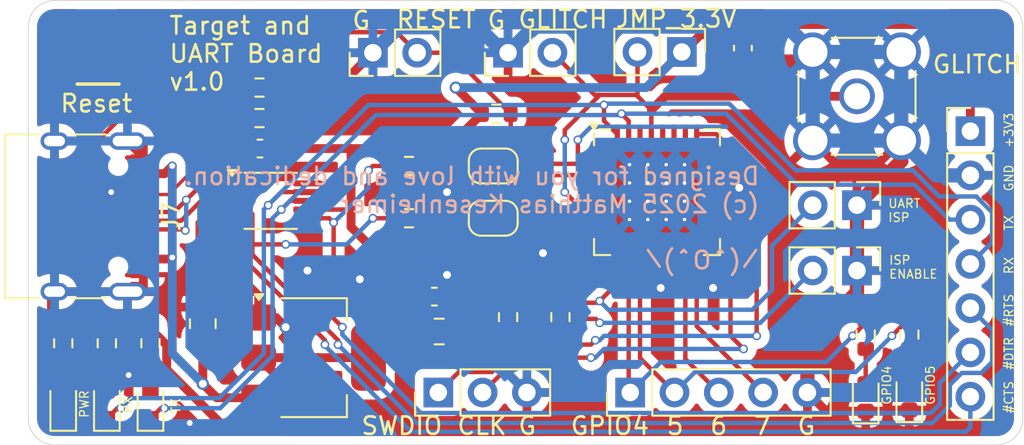
<source format=kicad_pcb>
(kicad_pcb (version 20240108) (generator "pcbnew") (generator_version "8.0")
  (layers (0 "F.Cu" signal) (31 "B.Cu" signal) (34 "B.Paste" user) (35 "F.Paste" user) (36 "B.SilkS" user "B.Silkscreen") (37 "F.SilkS" user "F.Silkscreen") (38 "B.Mask" user) (39 "F.Mask" user) (44 "Edge.Cuts" user))
  (net 0 "")
  (net 1 "GND")
  (net 2 "+5V")
  (net 3 "+3V3")
  (net 4 "Net-(D1-A)")
  (net 7 "Net-(J7-CC2)")
  (net 8 "Net-(J7-CC1)")
  (net 9 "Net-(D2-A)")
  (net 10 "Net-(D3-A)")
  (net 11 "Net-(D4-A)")
  (net 12 "/TX")
  (net 13 "Net-(D5-A)")
  (net 14 "/RX")
  (net 15 "/_DTR")
  (net 16 "/_RTS")
  (net 17 "Net-(JP2-A)")
  (net 18 "Net-(JP1-A)")
  (net 19 "/_CTS")
  (net 39 "/_ISP")
  (net 40 "Net-(J2-Pin_2)")
  (net 41 "Net-(J3-Pin_2)")
  (net 42 "/_RESET")
  (net 43 "/SWDIO")
  (net 44 "/SWCLK")
  (net 45 "/GPIO7")
  (net 46 "/GPIO6")
  (net 47 "/GPIO4")
  (net 48 "/GPIO5")
  (net 49 "/Dm")
  (net 50 "/Dp")
  (footprint "Resistor_SMD:R_0603_1608Metric" (layer "F.Cu") (at 91.5 99.175 90)
    (property "Reference" "R9" (hide yes))
    (property "Value" "4.7k" (hide yes))
  )
  (footprint "Capacitor_SMD:C_0805_2012Metric" (layer "F.Cu") (at 74 99.55 90)
    (property "Reference" "C1" (hide yes))
    (property "Value" "10u")
  )
  (footprint "Resistor_SMD:R_0603_1608Metric" (layer "F.Cu") (at 77.25 87.75)
    (property "Reference" "R1" (hide yes))
    (property "Value" "5.1k" (hide yes))
  )
  (footprint "Resistor_SMD:R_0603_1608Metric" (layer "F.Cu") (at 85.825 90.5 180)
    (property "Reference" "R11" (hide yes))
    (property "Value" "100" (hide yes))
  )
  (footprint "Resistor_SMD:R_0603_1608Metric" (layer "F.Cu") (at 90.825 87.5)
    (property "Reference" "R8" (hide yes))
    (property "Value" "4.7k" (hide yes))
  )
  (footprint "Resistor_SMD:R_0603_1608Metric" (layer "F.Cu") (at 112 100.175 -90)
    (property "Reference" "R6" (hide yes))
    (property "Value" "150" (hide yes))
  )
  (footprint "Connector_PinHeader_2.54mm:PinHeader_1x03_P2.54mm_Vertical" (layer "F.Cu") (at 87.5 103.5 90)
    (property "Reference" "J5" (hide yes))
    (property "Value" "SWD" (hide yes))
  )
  (footprint "LED_SMD:LED_0603_1608Metric" (layer "F.Cu") (at 66 104.2125 90)
    (property "Reference" "D1" (hide yes))
    (property "Value" "LED_RED_3.3V" (hide yes))
  )
  (footprint "LED_SMD:LED_0603_1608Metric" (layer "F.Cu") (at 71 104.2125 90)
    (property "Reference" "D4" (hide yes))
    (property "Value" "LED_RED_TX" (hide yes))
  )
  (footprint "Connector_PinHeader_2.54mm:PinHeader_1x02_P2.54mm_Vertical" (layer "F.Cu") (at 101.46 83.96 -90)
    (property "Reference" "J3" (hide yes))
    (property "Value" "JMP_3V3" (hide yes))
  )
  (footprint "Resistor_SMD:R_0603_1608Metric" (layer "F.Cu") (at 68.5 100.675 -90)
    (property "Reference" "R4" (hide yes))
    (property "Value" "150" (hide yes))
  )
  (footprint "Package_DFN_QFN:QFN-32-1EP_7x7mm_P0.65mm_EP4.7x4.7mm_ThermalVias" (layer "F.Cu") (at 100.0375 92)
    (property "Reference" "U3" (hide yes))
    (property "Value" "LPC1311FHN33-101" (hide yes))
  )
  (footprint "LED_SMD:LED_0603_1608Metric" (layer "F.Cu") (at 68.5 104.2125 90)
    (property "Reference" "D5" (hide yes))
    (property "Value" "LED_BLUE_RX" (hide yes))
  )
  (footprint "Connector_PinHeader_2.54mm:PinHeader_1x02_P2.54mm_Vertical" (layer "F.Cu") (at 91.5 84 90)
    (property "Reference" "J9" (hide yes))
    (property "Value" "GLITCH_IN" (hide yes))
  )
  (footprint "Resistor_SMD:R_0603_1608Metric" (layer "F.Cu") (at 71 100.675 -90)
    (property "Reference" "R3" (hide yes))
    (property "Value" "150" (hide yes))
  )
  (footprint "Connector_PinHeader_2.54mm:PinHeader_1x02_P2.54mm_Vertical" (layer "F.Cu") (at 111.5 96.5 -90)
    (property "Reference" "J1" (hide yes))
    (property "Value" "ISP_MODE" (hide yes))
  )
  (footprint "Resistor_SMD:R_0603_1608Metric" (layer "F.Cu") (at 94.5 99.175 90)
    (property "Reference" "R10" (hide yes))
    (property "Value" "4.7k" (hide yes))
  )
  (footprint "Connector_PinHeader_2.54mm:PinHeader_1x02_P2.54mm_Vertical" (layer "F.Cu") (at 83.75 84 90)
    (property "Reference" "J10" (hide yes))
    (property "Value" "RESET" (hide yes))
  )
  (footprint "Connector_USB:USB_C_Receptacle_HRO_TYPE-C-31-M-12" (layer "F.Cu") (at 66.55 93.39 -90)
    (property "Reference" "J7")
    (property "Value" "USB_C_Receptacle_USB2.0_16P" (hide yes))
  )
  (footprint "Capacitor_SMD:C_0805_2012Metric" (layer "F.Cu") (at 87.55 100)
    (property "Reference" "C2" (hide yes))
    (property "Value" "10u" (hide yes))
  )
  (footprint "Connector_PinHeader_2.54mm:PinHeader_1x07_P2.54mm_Vertical" (layer "F.Cu") (at 118 88.5)
    (property "Reference" "J4" (hide yes))
    (property "Value" "UART" (hide yes))
  )
  (footprint "Jumper:SolderJumper-2_P1.3mm_Bridged_RoundedPad1.0x1.5mm" (layer "F.Cu") (at 90.65 90.5)
    (property "Reference" "JP1" (hide yes))
    (property "Value" "SolderJumper_2_Bridged" (hide yes))
  )
  (footprint "Button_Switch_SMD:SW_KMR221GLFS" (layer "F.Cu") (at 68 84.4)
    (property "Reference" "S1" (hide yes))
    (property "Value" "KMR221GLFS" (hide yes))
  )
  (footprint "Capacitor_SMD:C_0603_1608Metric" (layer "F.Cu") (at 104.96 83.735 90)
    (property "Reference" "C5" (hide yes))
    (property "Value" "10nF" (hide yes))
  )
  (footprint "Connector_PinHeader_2.54mm:PinHeader_1x02_P2.54mm_Vertical" (layer "F.Cu") (at 111.5 92.75 -90)
    (property "Reference" "J2" (hide yes))
    (property "Value" "UART_ISP" (hide yes))
  )
  (footprint "Connector_Coaxial:SMA_Amphenol_901-144_Vertical" (layer "F.Cu") (at 111.5 86.5)
    (property "Reference" "J8" (hide yes))
    (property "Value" "Conn_Coaxial" (hide yes))
  )
  (footprint "Resistor_SMD:R_0603_1608Metric" (layer "F.Cu") (at 77.25 86)
    (property "Reference" "R2" (hide yes))
    (property "Value" "5.1k" (hide yes))
  )
  (footprint "LED_SMD:LED_0603_1608Metric" (layer "F.Cu") (at 114.5 103.7125 90)
    (property "Reference" "D3" (hide yes))
    (property "Value" "LED_BLUE_GPIO" (hide yes))
  )
  (footprint "Resistor_SMD:R_0603_1608Metric" (layer "F.Cu") (at 114.5 100.175 -90)
    (property "Reference" "R7" (hide yes))
    (property "Value" "150" (hide yes))
  )
  (footprint "Capacitor_SMD:C_0603_1608Metric" (layer "F.Cu") (at 77.275 89.5)
    (property "Reference" "C4" (hide yes))
    (property "Value" "10nF" (hide yes))
  )
  (footprint "Jumper:SolderJumper-2_P1.3mm_Bridged_RoundedPad1.0x1.5mm" (layer "F.Cu") (at 90.65 93.5)
    (property "Reference" "JP2" (hide yes))
    (property "Value" "SolderJumper_2_Bridged" (hide yes))
  )
  (footprint "LED_SMD:LED_0603_1608Metric" (layer "F.Cu") (at 112 103.7875 90)
    (property "Reference" "D2" (hide yes))
    (property "Value" "LED_GREEN_GPIO" (hide yes))
  )
  (footprint "Package_SO:MSOP-10_3x3mm_P0.5mm" (layer "F.Cu") (at 77.8875 92.5)
    (property "Reference" "U2" (hide yes))
    (property "Value" "CH340X" (hide yes))
  )
  (footprint "Capacitor_SMD:C_0603_1608Metric" (layer "F.Cu") (at 87.275 98 180)
    (property "Reference" "C3" (hide yes))
    (property "Value" "0.1uF" (hide yes))
  )
  (footprint "Resistor_SMD:R_0603_1608Metric" (layer "F.Cu") (at 66 100.675 -90)
    (property "Reference" "R5" (hide yes))
    (property "Value" "150" (hide yes))
  )
  (footprint "Connector_PinHeader_2.54mm:PinHeader_1x05_P2.54mm_Vertical" (layer "F.Cu") (at 98.5 103.5 90)
    (property "Reference" "J6" (hide yes))
    (property "Value" "GPIO" (hide yes))
  )
  (footprint "Resistor_SMD:R_0603_1608Metric" (layer "F.Cu") (at 85.825 93.5 180)
    (property "Reference" "R12" (hide yes))
    (property "Value" "100" (hide yes))
  )
  (footprint "Package_TO_SOT_SMD:SOT-223-3_TabPin2" (layer "F.Cu") (at 80.35 101.5)
    (property "Reference" "U1" (hide yes))
    (property "Value" "AMS1117-3.3" (hide yes))
  )
  (gr_arc (start 119.5 81) (mid 120.56066 81.43934) (end 121 82.5) (stroke (width 0.05)) (layer "Edge.Cuts"))
  (gr_line (start 121 105) (end 121 82.5) (stroke (width 0.05)) (layer "Edge.Cuts"))
  (gr_line (start 64 82.5) (end 64 105) (stroke (width 0.05)) (layer "Edge.Cuts"))
  (gr_arc (start 64 82.5) (mid 64.43934 81.43934) (end 65.5 81) (stroke (width 0.05)) (layer "Edge.Cuts"))
  (gr_arc (start 121 105) (mid 120.56066 106.06066) (end 119.5 106.5) (stroke (width 0.05)) (layer "Edge.Cuts"))
  (gr_arc (start 65.5 106.5) (mid 64.43934 106.06066) (end 64 105) (stroke (width 0.05)) (layer "Edge.Cuts"))
  (gr_line (start 119.5 81) (end 65.5 81) (stroke (width 0.05)) (layer "Edge.Cuts"))
  (gr_line (start 65.5 106.5) (end 119.5 106.5) (stroke (width 0.05)) (layer "Edge.Cuts"))
  (gr_text "Designed for you with love and dedication.\n(c) 2025 Matthias Kesenheimer\n\n＼(＾O＾)／" (at 106 96.5 0) (layer "B.SilkS") (effects (font (size 1 1)) (justify left bottom mirror)))
  (gr_text "RESET" (at 85.02 82.67 0) (layer "F.SilkS") (effects (font (size 1 1)) (justify left bottom)))
  (gr_text "PWR" (at 67.5 105 90) (layer "F.SilkS") (effects (font (size 0.5 0.5) (thickness 0.075)) (justify left bottom)))
  (gr_text "GLITCH" (at 92 82.67 0) (layer "F.SilkS") (effects (font (size 1 1)) (justify left bottom)))
  (gr_text "RX" (at 70 104.75 90) (layer "F.SilkS") (effects (font (size 0.5 0.5) (thickness 0.075)) (justify left bottom)))
  (gr_text "GLITCH" (at 115.75 85.25 0) (layer "F.SilkS") (effects (font (size 1 1)) (justify left bottom)))
  (gr_text "#CTS" (at 120.5 104.75 90) (layer "F.SilkS") (effects (font (size 0.5 0.5) (thickness 0.075)) (justify left bottom)))
  (gr_text "CLK" (at 88.5 106 0) (layer "F.SilkS") (effects (font (size 1 1)) (justify left bottom)))
  (gr_text "TX" (at 72.75 104.75 90) (layer "F.SilkS") (effects (font (size 0.5 0.5) (thickness 0.075)) (justify left bottom)))
  (gr_text "TX" (at 120.5 94.25 90) (layer "F.SilkS") (effects (font (size 0.5 0.5) (thickness 0.075)) (justify left bottom)))
  (gr_text "G" (at 108 106 0) (layer "F.SilkS") (effects (font (size 1 1)) (justify left bottom)))
  (gr_text "+3V3" (at 120.5 89.5 90) (layer "F.SilkS") (effects (font (size 0.5 0.5) (thickness 0.075)) (justify left bottom)))
  (gr_text "SWDIO" (at 83 106 0) (layer "F.SilkS") (effects (font (size 1 1)) (justify left bottom)))
  (gr_text "GPIO4" (at 113.5 104.25 90) (layer "F.SilkS") (effects (font (size 0.5 0.5) (thickness 0.075)) (justify left bottom)))
  (gr_text "ISP\nENABLE" (at 113.3 97 0) (layer "F.SilkS") (effects (font (size 0.5 0.5) (thickness 0.075)) (justify left bottom)))
  (gr_text "#DTR" (at 120.5 102.25 90) (layer "F.SilkS") (effects (font (size 0.5 0.5) (thickness 0.075)) (justify left bottom)))
  (gr_text "G" (at 92 106 0) (layer "F.SilkS") (effects (font (size 1 1)) (justify left bottom)))
  (gr_text "JMP_3.3V" (at 97.59 82.63 0) (layer "F.SilkS") (effects (font (size 1 1)) (justify left bottom)))
  (gr_text "G" (at 82.48 82.73 0) (layer "F.SilkS") (effects (font (size 1 1)) (justify left bottom)))
  (gr_text "GND" (at 120.5 92 90) (layer "F.SilkS") (effects (font (size 0.5 0.5) (thickness 0.075)) (justify left bottom)))
  (gr_text "GPIO5" (at 116 104.25 90) (layer "F.SilkS") (effects (font (size 0.5 0.5) (thickness 0.075)) (justify left bottom)))
  (gr_text "5" (at 100.5 106 0) (layer "F.SilkS") (effects (font (size 1 1)) (justify left bottom)))
  (gr_text "Target and\nUART Board\nv1.0" (at 72 86.25 0) (layer "F.SilkS") (effects (font (size 1 1)) (justify left bottom)))
  (gr_text "7" (at 105.5 106 0) (layer "F.SilkS") (effects (font (size 1 1)) (justify left bottom)))
  (gr_text "RX" (at 120.5 96.75 90) (layer "F.SilkS") (effects (font (size 0.5 0.5) (thickness 0.075)) (justify left bottom)))
  (gr_text "#RTS" (at 120.5 99.75 90) (layer "F.SilkS") (effects (font (size 0.5 0.5) (thickness 0.075)) (justify left bottom)))
  (gr_text "G" (at 90.23 82.73 0) (layer "F.SilkS") (effects (font (size 1 1)) (justify left bottom)))
  (gr_text "6" (at 103 106 0) (layer "F.SilkS") (effects (font (size 1 1)) (justify left bottom)))
  (gr_text "GPIO4" (at 95 106 0) (layer "F.SilkS") (effects (font (size 1 1)) (justify left bottom)))
  (gr_text "Reset" (at 65.75 87.5 0) (layer "F.SilkS") (effects (font (size 1 1)) (justify left bottom)))
  (gr_text "UART\nISP" (at 113.25 93.75 0) (layer "F.SilkS") (effects (font (size 0.5 0.5) (thickness 0.075)) (justify left bottom)))
  (segment (start 76.6 98.6) (end 77.2 99.2) (width 0.508) (layer "F.Cu") (net 1))
  (segment (start 78.2 99.2) (end 78.75 99.75) (width 0.508) (layer "F.Cu") (net 1))
  (segment (start 78.075 87.75) (end 78.075 87.925) (width 0.508) (layer "F.Cu") (net 1))
  (segment (start 112 104.575) (end 114.425 104.575) (width 0.508) (layer "F.Cu") (net 1))
  (segment (start 68 83.15) (end 70.05 85.2) (width 0.508) (layer "F.Cu") (net 1))
  (segment (start 69.68 97.71) (end 73.71 97.71) (width 0.508) (layer "F.Cu") (net 1))
  (segment (start 68 82.975) (end 68 83.15) (width 0.508) (layer "F.Cu") (net 1))
  (segment (start 108.96 83.96) (end 108.41 84.51) (width 0.818) (layer "F.Cu") (net 1))
  (segment (start 77.5 91.729551) (end 77.5 90.5) (width 0.254) (layer "F.Cu") (net 1))
  (segment (start 78.075 87.925) (end 76.5 89.5) (width 0.508) (layer "F.Cu") (net 1))
  (segment (start 88 96.75) (end 88.05 96.8) (width 0.508) (layer "F.Cu") (net 1))
  (segment (start 65.5 85.65) (end 65.95 85.2) (width 0.508) (layer "F.Cu") (net 1))
  (segment (start 73.71 97.71) (end 74 98) (width 0.508) (layer "F.Cu") (net 1))
  (segment (start 112 104.575) (end 109.735 104.575) (width 0.508) (layer "F.Cu") (net 1))
  (segment (start 65.5 89.07) (end 65.5 85.65) (width 0.508) (layer "F.Cu") (net 1))
  (segment (start 111.5 96.5) (end 111.5 97.75) (width 0.818) (layer "F.Cu") (net 1))
  (segment (start 88.05 98.05) (end 88.5 98.5) (width 0.508) (layer "F.Cu") (net 1))
  (segment (start 114.425 104.575) (end 114.5 104.5) (width 0.508) (layer "F.Cu") (net 1))
  (segment (start 111.5 92.75) (end 111.5 96.5) (width 0.818) (layer "F.Cu") (net 1))
  (segment (start 65.198 104.198) (end 65.198 98.012) (width 0.254) (layer "F.Cu") (net 1))
  (segment (start 88.05 98) (end 88.05 96.8) (width 0.508) (layer "F.Cu") (net 1))
  (segment (start 111.5 97.75) (end 108.66 100.59) (width 0.818) (layer "F.Cu") (net 1))
  (segment (start 75.775 92.5) (end 76.729551 92.5) (width 0.254) (layer "F.Cu") (net 1))
  (segment (start 70.595 97.405) (end 70.595 96.64) (width 0.508) (layer "F.Cu") (net 1))
  (segment (start 66 105) (end 65.198 104.198) (width 0.254) (layer "F.Cu") (net 1))
  (segment (start 70.595 90.14) (end 70.595 89.985) (width 0.508) (layer "F.Cu") (net 1))
  (segment (start 76.729551 92.5) (end 77.5 91.729551) (width 0.254) (layer "F.Cu") (net 1))
  (segment (start 65.198 98.012) (end 65.5 97.71) (width 0.254) (layer "F.Cu") (net 1))
  (segment (start 81.75 86) (end 83.75 84) (width 0.508) (layer "F.Cu") (net 1))
  (segment (start 108.66 103.5) (end 108.75 103.5) (width 0.508) (layer "F.Cu") (net 1))
  (segment (start 74 98.6) (end 76.6 98.6) (width 0.508) (layer "F.Cu") (net 1))
  (segment (start 70.595 97.405) (end 69.985 97.405) (width 0.508) (layer "F.Cu") (net 1))
  (segment (start 74.962501 92.5) (end 73.71 93.752501) (width 0.254) (layer "F.Cu") (net 1))
  (segment (start 70.595 89.985) (end 69.68 89.07) (width 0.508) (layer "F.Cu") (net 1))
  (segment (start 65.95 85.2) (end 68 83.15) (width 0.508) (layer "F.Cu") (net 1))
  (segment (start 77.5 90.5) (end 76.5 89.5) (width 0.254) (layer "F.Cu") (net 1))
  (segment (start 73.71 93.752501) (end 73.71 97.71) (width 0.254) (layer "F.Cu") (net 1))
  (segment (start 108.66 100.59) (end 108.66 103.5) (width 0.818) (layer "F.Cu") (net 1))
  (segment (start 88.05 98) (end 88.05 98.05) (width 0.508) (layer "F.Cu") (net 1))
  (segment (start 108.41 84.51) (end 104.96 84.51) (width 0.818) (layer "F.Cu") (net 1))
  (segment (start 78.075 86) (end 78.075 87.75) (width 0.508) (layer "F.Cu") (net 1))
  (segment (start 75.775 92.5) (end 74.962501 92.5) (width 0.254) (layer "F.Cu") (net 1))
  (segment (start 69.985 97.405) (end 69.68 97.71) (width 0.508) (layer "F.Cu") (net 1))
  (segment (start 74 98.6) (end 74 98) (width 0.508) (layer "F.Cu") (net 1))
  (segment (start 78.075 86) (end 81.75 86) (width 0.508) (layer "F.Cu") (net 1))
  (segment (start 109.735 104.575) (end 108.66 103.5) (width 0.508) (layer "F.Cu") (net 1))
  (segment (start 114.04 89.04) (end 114.04 90.21) (width 0.818) (layer "F.Cu") (net 1))
  (segment (start 77.2 99.2) (end 78.2 99.2) (width 0.508) (layer "F.Cu") (net 1))
  (segment (start 88.5 98.5) (end 88.5 100) (width 0.508) (layer "F.Cu") (net 1))
  (segment (start 114.04 90.21) (end 111.5 92.75) (width 0.818) (layer "F.Cu") (net 1))
  (via (at 100.25 97.5) (size 0.7) (drill 0.45) (layers "F.Cu" "B.Cu") (net 1))
  (via (at 104.75 91.75) (size 0.7) (drill 0.45) (layers "F.Cu" "B.Cu") (net 1))
  (via (at 88 92) (size 0.7) (drill 0.45) (layers "F.Cu" "B.Cu") (net 1))
  (via (at 78.75 99.75) (size 0.7) (drill 0.45) (layers "F.Cu" "B.Cu") (net 1))
  (via (at 83 97) (size 0.7) (drill 0.45) (layers "F.Cu" "B.Cu") (net 1))
  (via (at 88 96.75) (size 0.7) (drill 0.45) (layers "F.Cu" "B.Cu") (net 1))
  (via (at 73.25 105.25) (size 0.5) (drill 0.33) (layers "F.Cu" "B.Cu") (net 1))
  (via (at 68.75 92) (size 0.5) (drill 0.33) (layers "F.Cu" "B.Cu") (net 1))
  (via (at 93.5 95.5) (size 0.7) (drill 0.45) (layers "F.Cu" "B.Cu") (net 1))
  (via (at 103.25 97.5) (size 0.7) (drill 0.45) (layers "F.Cu" "B.Cu") (net 1))
  (via (at 80 96.5) (size 0.7) (drill 0.45) (layers "F.Cu" "B.Cu") (net 1))
  (via (at 69.75 102.5) (size 0.5) (drill 0.33) (layers "F.Cu" "B.Cu") (net 1))
  (segment (start 65.5 97.71) (end 69.68 97.71) (width 0.508) (layer "B.Cu") (net 1))
  (segment (start 65.5 89.07) (end 65.5 97.71) (width 0.508) (layer "B.Cu") (net 1))
  (segment (start 108.96 89.04) (end 108.96 83.96) (width 0.818) (layer "B.Cu") (net 1))
  (segment (start 88 98.92) (end 88 96.75) (width 0.508) (layer "B.Cu") (net 1))
  (segment (start 107.501 82.501) (end 92.999 82.501) (width 0.818) (layer "B.Cu") (net 1))
  (segment (start 116.04 91.04) (end 118 91.04) (width 0.818) (layer "B.Cu") (net 1))
  (segment (start 92.54 101.21) (end 100.0375 93.7125) (width 0.508) (layer "B.Cu") (net 1))
  (segment (start 90.29 101.21) (end 92.54 101.21) (width 0.508) (layer "B.Cu") (net 1))
  (segment (start 85.209 82.541) (end 83.75 84) (width 0.818) (layer "B.Cu") (net 1))
  (segment (start 92.999 82.501) (end 91.5 84) (width 0.818) (layer "B.Cu") (net 1))
  (segment (start 114.04 83.96) (end 108.96 83.96) (width 0.818) (layer "B.Cu") (net 1))
  (segment (start 91.25 84) (end 89.791 82.541) (width 0.818) (layer "B.Cu") (net 1))
  (segment (start 114.04 83.96) (end 114.04 89.04) (width 0.818) (layer "B.Cu") (net 1))
  (segment (start 114.04 89.04) (end 116.04 91.04) (width 0.818) (layer "B.Cu") (net 1))
  (segment (start 92.58 103.5) (end 90.29 101.21) (width 0.508) (layer "B.Cu") (net 1))
  (segment (start 70.71 97.71) (end 69.68 97.71) (width 0.508) (layer "B.Cu") (net 1))
  (segment (start 90.29 101.21) (end 88 98.92) (width 0.508) (layer "B.Cu") (net 1))
  (segment (start 78.75 99.75) (end 79.58 98.92) (width 0.508) (layer "B.Cu") (net 1))
  (segment (start 100.0375 93.7125) (end 100.0375 92) (width 0.508) (layer "B.Cu") (net 1))
  (segment (start 69.68 89.07) (end 65.5 89.07) (width 0.508) (layer "B.Cu") (net 1))
  (segment (start 89.791 82.541) (end 85.209 82.541) (width 0.818) (layer "B.Cu") (net 1))
  (segment (start 108.96 83.96) (end 107.501 82.501) (width 0.818) (layer "B.Cu") (net 1))
  (segment (start 114.04 89.04) (end 108.96 89.04) (width 0.818) (layer "B.Cu") (net 1))
  (segment (start 79.58 98.92) (end 88 98.92) (width 0.508) (layer "B.Cu") (net 1))
  (segment (start 91.5 84) (end 91.25 84) (width 0.818) (layer "B.Cu") (net 1))
  (segment (start 70.595 95.84) (end 72.16 95.84) (width 0.508) (layer "F.Cu") (net 2))
  (segment (start 70.595 90.94) (end 71.81 90.94) (width 0.508) (layer "F.Cu") (net 2))
  (segment (start 71.81 90.94) (end 72.25 90.5) (width 0.508) (layer "F.Cu") (net 2))
  (segment (start 72.16 95.84) (end 72.25 95.75) (width 0.508) (layer "F.Cu") (net 2))
  (segment (start 74.8 103.8) (end 77.2 103.8) (width 0.508) (layer "F.Cu") (net 2))
  (segment (start 74 100.5) (end 74 103) (width 0.508) (layer "F.Cu") (net 2))
  (segment (start 74 103) (end 74.8 103.8) (width 0.508) (layer "F.Cu") (net 2))
  (via (at 72.25 90.5) (size 0.5) (drill 0.33) (layers "F.Cu" "B.Cu") (net 2))
  (via (at 74 103) (size 0.7) (drill 0.45) (layers "F.Cu" "B.Cu") (net 2))
  (via (at 72.25 95.75) (size 0.5) (drill 0.33) (layers "F.Cu" "B.Cu") (net 2))
  (segment (start 72.25 95.75) (end 72.25 101.25) (width 0.508) (layer "B.Cu") (net 2))
  (segment (start 72.25 90.5) (end 72.25 95.75) (width 0.508) (layer "B.Cu") (net 2))
  (segment (start 72.25 101.25) (end 74 103) (width 0.508) (layer "B.Cu") (net 2))
  (segment (start 101.54 83.96) (end 102.54 82.96) (width 0.508) (layer "F.Cu") (net 3))
  (segment (start 106.619 82.381) (end 116.381 82.381) (width 0.508) (layer "F.Cu") (net 3))
  (segment (start 78.654 104.592) (end 77.996 105.25) (width 0.508) (layer "F.Cu") (net 3))
  (segment (start 86.5 101.5) (end 83.5 101.5) (width 0.508) (layer "F.Cu") (net 3))
  (segment (start 106.04 82.96) (end 106.619 82.381) (width 0.508) (layer "F.Cu") (net 3))
  (segment (start 82.5 91.5) (end 82.5 89.5) (width 0.508) (layer "F.Cu") (net 3))
  (segment (start 80 91.5) (end 82.5 91.5) (width 0.254) (layer "F.Cu") (net 3))
  (segment (start 71.929 100.779) (end 71 99.85) (width 0.508) (layer "F.Cu") (net 3))
  (segment (start 77.2 101.5) (end 83.5 101.5) (width 0.508) (layer "F.Cu") (net 3))
  (segment (start 101.46 83.96) (end 101.46 84.04) (width 0.508) (layer "F.Cu") (net 3))
  (segment (start 104.96 82.96) (end 106.04 82.96) (width 0.508) (layer "F.Cu") (net 3))
  (segment (start 68.5 99.85) (end 66 99.85) (width 0.508) (layer "F.Cu") (net 3))
  (segment (start 86.6 100) (end 86.6 101.4) (width 0.508) (layer "F.Cu") (net 3))
  (segment (start 91.5 100) (end 94.5 100) (width 0.508) (layer "F.Cu") (net 3))
  (segment (start 82.5 89.5) (end 88 89.5) (width 0.508) (layer "F.Cu") (net 3))
  (segment (start 86.6 98.1) (end 86.5 98) (width 0.508) (layer "F.Cu") (net 3))
  (segment (start 82.5 93) (end 82.5 91.5) (width 0.508) (layer "F.Cu") (net 3))
  (segment (start 75 105.25) (end 71.929 102.179) (width 0.508) (layer "F.Cu") (net 3))
  (segment (start 71 100.001264) (end 71 99.85) (width 0.508) (layer "F.Cu") (net 3))
  (segment (start 71.929 102.179) (end 71.929 100.779) (width 0.508) (layer "F.Cu") (net 3))
  (segment (start 116.381 82.381) (end 118 84) (width 0.508) (layer "F.Cu") (net 3))
  (segment (start 77.2 101.5) (end 78.654 102.954) (width 0.508) (layer "F.Cu") (net 3))
  (segment (start 78.05 89.5) (end 82.5 89.5) (width 0.508) (layer "F.Cu") (net 3))
  (segment (start 86.6 101.4) (end 86.5 101.5) (width 0.508) (layer "F.Cu") (net 3))
  (segment (start 86.5 98) (end 82.5 94) (width 0.508) (layer "F.Cu") (net 3))
  (segment (start 90 87.5) (end 88.5 86) (width 0.508) (layer "F.Cu") (net 3))
  (segment (start 118 84) (end 118 88.5) (width 0.508) (layer "F.Cu") (net 3))
  (segment (start 101.46 83.96) (end 101.54 83.96) (width 0.508) (layer "F.Cu") (net 3))
  (segment (start 86.6 100) (end 86.6 98.1) (width 0.508) (layer "F.Cu") (net 3))
  (segment (start 88 89.5) (end 90 87.5) (width 0.508) (layer "F.Cu") (net 3))
  (segment (start 77.996 105.25) (end 75 105.25) (width 0.508) (layer "F.Cu") (net 3))
  (segment (start 80 93) (end 82.5 93) (width 0.254) (layer "F.Cu") (net 3))
  (segment (start 78.654 102.954) (end 78.654 104.592) (width 0.508) (layer "F.Cu") (net 3))
  (segment (start 71 99.85) (end 68.5 99.85) (width 0.508) (layer "F.Cu") (net 3))
  (segment (start 102.54 82.96) (end 104.96 82.96) (width 0.508) (layer "F.Cu") (net 3))
  (segment (start 91.5 100) (end 90 101.5) (width 0.508) (layer "F.Cu") (net 3))
  (segment (start 90 101.5) (end 86.5 101.5) (width 0.508) (layer "F.Cu") (net 3))
  (segment (start 82.5 94) (end 82.5 93) (width 0.508) (layer "F.Cu") (net 3))
  (via (at 88.5 86) (size 0.7) (drill 0.45) (layers "F.Cu" "B.Cu") (net 3))
  (segment (start 88.5 86) (end 99.42 86) (width 0.508) (layer "B.Cu") (net 3))
  (segment (start 99.42 86) (end 101.46 83.96) (width 0.508) (layer "B.Cu") (net 3))
  (segment (start 66 101.5) (end 66 103.425) (width 0.254) (layer "F.Cu") (net 4))
  (segment (start 76.425 86) (end 71.030445 86) (width 0.254) (layer "F.Cu") (net 7))
  (segment (start 71.030445 86) (end 68 89.030445) (width 0.254) (layer "F.Cu") (net 7))
  (segment (start 69.64 95.14) (end 70.595 95.14) (width 0.254) (layer "F.Cu") (net 7))
  (segment (start 68 93.5) (end 69.64 95.14) (width 0.254) (layer "F.Cu") (net 7))
  (segment (start 68 89.030445) (end 68 93.5) (width 0.254) (layer "F.Cu") (net 7))
  (segment (start 72.035 92.14) (end 76.425 87.75) (width 0.2) (layer "F.Cu") (net 8))
  (segment (start 70.595 92.14) (end 72.035 92.14) (width 0.2) (layer "F.Cu") (net 8))
  (segment (start 112 101) (end 112 103) (width 0.254) (layer "F.Cu") (net 9))
  (segment (start 114.5 101) (end 114.5 102.925) (width 0.254) (layer "F.Cu") (net 10))
  (segment (start 71 101.5) (end 71 103.425) (width 0.254) (layer "F.Cu") (net 11))
  (segment (start 79 92.5) (end 78.5 93) (width 0.254) (layer "F.Cu") (net 12))
  (segment (start 98.4125 87.9125) (end 98.4125 88.675) (width 0.254) (layer "F.Cu") (net 12))
  (segment (start 71.6 104.4) (end 71.8 104.4) (width 0.254) (layer "F.Cu") (net 12))
  (segment (start 80 92.5) (end 79 92.5) (width 0.254) (layer "F.Cu") (net 12))
  (segment (start 98 87.5) (end 98.4125 87.9125) (width 0.254) (layer "F.Cu") (net 12))
  (segment (start 71 105) (end 71.6 104.4) (width 0.254) (layer "F.Cu") (net 12))
  (via (at 78.5 93) (size 0.5) (drill 0.33) (layers "F.Cu" "B.Cu") (net 12))
  (via (at 71.8 104.4) (size 0.5) (drill 0.33) (layers "F.Cu" "B.Cu") (net 12))
  (via (at 98 87.5) (size 0.5) (drill 0.33) (layers "F.Cu" "B.Cu") (net 12))
  (segment (start 78 101.4) (end 75 104.4) (width 0.254) (layer "B.Cu") (net 12))
  (segment (start 114.790919 91.573) (end 116.797919 93.58) (width 0.254) (layer "B.Cu") (net 12))
  (segment (start 98 87.5) (end 97.923 87.577) (width 0.254) (layer "B.Cu") (net 12))
  (segment (start 83.923 87.577) (end 78.5 93) (width 0.254) (layer "B.Cu") (net 12))
  (segment (start 116.797919 93.58) (end 118 93.58) (width 0.254) (layer "B.Cu") (net 12))
  (segment (start 78 93.5) (end 78 101.4) (width 0.254) (layer "B.Cu") (net 12))
  (segment (start 97.923 87.577) (end 83.923 87.577) (width 0.254) (layer "B.Cu") (net 12))
  (segment (start 78.5 93) (end 78 93.5) (width 0.254) (layer "B.Cu") (net 12))
  (segment (start 98 87.5) (end 104 87.5) (width 0.254) (layer "B.Cu") (net 12))
  (segment (start 104 87.5) (end 108.073 91.573) (width 0.254) (layer "B.Cu") (net 12))
  (segment (start 75 104.4) (end 71.8 104.4) (width 0.254) (layer "B.Cu") (net 12))
  (segment (start 108.073 91.573) (end 114.790919 91.573) (width 0.254) (layer "B.Cu") (net 12))
  (segment (start 68.5 101.5) (end 68.5 103.425) (width 0.254) (layer "F.Cu") (net 13))
  (segment (start 77.75 92.75) (end 78.5 92) (width 0.254) (layer "F.Cu") (net 14))
  (segment (start 69.1 104.4) (end 69.3 104.4) (width 0.254) (layer "F.Cu") (net 14))
  (segment (start 97 87.9125) (end 97.7625 88.675) (width 0.254) (layer "F.Cu") (net 14))
  (segment (start 68.5 105) (end 69.1 104.4) (width 0.254) (layer "F.Cu") (net 14))
  (segment (start 78.5 92) (end 80 92) (width 0.254) (layer "F.Cu") (net 14))
  (segment (start 97 87) (end 97 87.9125) (width 0.254) (layer "F.Cu") (net 14))
  (via (at 77.75 92.75) (size 0.5) (drill 0.33) (layers "F.Cu" "B.Cu") (net 14))
  (via (at 97 87) (size 0.5) (drill 0.33) (layers "F.Cu" "B.Cu") (net 14))
  (via (at 69.3 104.4) (size 0.5) (drill 0.33) (layers "F.Cu" "B.Cu") (net 14))
  (segment (start 77.5 93) (end 77.5 101.257948) (width 0.254) (layer "B.Cu") (net 14))
  (segment (start 83.25 87.25) (end 83.5 87) (width 0.254) (layer "B.Cu") (net 14))
  (segment (start 83.5 87) (end 97 87) (width 0.254) (layer "B.Cu") (net 14))
  (segment (start 74.934948 103.823) (end 69.877 103.823) (width 0.254) (layer "B.Cu") (net 14))
  (segment (start 119.25 93.16547) (end 119.25 94.87) (width 0.254) (layer "B.Cu") (net 14))
  (segment (start 118.13 96.12) (end 118 96.12) (width 0.254) (layer "B.Cu") (net 14))
  (segment (start 118.33453 92.25) (end 119.25 93.16547) (width 0.254) (layer "B.Cu") (net 14))
  (segment (start 104.173 86.923) (end 108 90.75) (width 0.254) (layer "B.Cu") (net 14))
  (segment (start 114.709138 90.75) (end 116.209138 92.25) (width 0.254) (layer "B.Cu") (net 14))
  (segment (start 108 90.75) (end 114.709138 90.75) (width 0.254) (layer "B.Cu") (net 14))
  (segment (start 77.5 101.257948) (end 74.934948 103.823) (width 0.254) (layer "B.Cu") (net 14))
  (segment (start 69.877 103.823) (end 69.3 104.4) (width 0.254) (layer "B.Cu") (net 14))
  (segment (start 97.077 86.923) (end 104.173 86.923) (width 0.254) (layer "B.Cu") (net 14))
  (segment (start 119.25 94.87) (end 118 96.12) (width 0.254) (layer "B.Cu") (net 14))
  (segment (start 116.209138 92.25) (end 118.33453 92.25) (width 0.254) (layer "B.Cu") (net 14))
  (segment (start 77.75 92.75) (end 77.5 93) (width 0.254) (layer "B.Cu") (net 14))
  (segment (start 97 87) (end 97.077 86.923) (width 0.254) (layer "B.Cu") (net 14))
  (segment (start 77.75 92.75) (end 83.25 87.25) (width 0.254) (layer "B.Cu") (net 14))
  (segment (start 80 93.5) (end 81.25 93.5) (width 0.254) (layer "F.Cu") (net 15))
  (segment (start 82 99.75) (end 81.5 99.25) (width 0.254) (layer "F.Cu") (net 15))
  (segment (start 81.25 93.5) (end 81.5 93.75) (width 0.254) (layer "F.Cu") (net 15))
  (segment (start 85 90.5) (end 83.75 90.5) (width 0.254) (layer "F.Cu") (net 15))
  (segment (start 83.75 90.5) (end 83.5 90.75) (width 0.254) (layer "F.Cu") (net 15))
  (segment (start 81.5 99.25) (end 81.5 93.75) (width 0.254) (layer "F.Cu") (net 15))
  (via (at 83.5 90.75) (size 0.5) (drill 0.33) (layers "F.Cu" "B.Cu") (net 15))
  (via (at 82 99.75) (size 0.5) (drill 0.33) (layers "F.Cu" "B.Cu") (net 15))
  (via (at 81.5 93.75) (size 0.5) (drill 0.33) (layers "F.Cu" "B.Cu") (net 15))
  (segment (start 115.750001 104.677) (end 116.25 104.177001) (width 0.254) (layer "B.Cu") (net 15))
  (segment (start 82 100.183998) (end 86.427 104.610998) (width 0.254) (layer "B.Cu") (net 15))
  (segment (start 116.25 102.95) (end 118 101.2) (width 0.254) (layer "B.Cu") (net 15))
  (segment (start 82 99.75) (end 82 100.183998) (width 0.254) (layer "B.Cu") (net 15))
  (segment (start 86.427 104.610998) (end 86.427 104.677) (width 0.254) (layer "B.Cu") (net 15))
  (segment (start 86.427 104.677) (end 115.750001 104.677) (width 0.254) (layer "B.Cu") (net 15))
  (segment (start 116.25 104.177001) (end 116.25 102.95) (width 0.254) (layer "B.Cu") (net 15))
  (segment (start 81.5 93.75) (end 83.5 91.75) (width 0.254) (layer "B.Cu") (net 15))
  (segment (start 83.5 91.75) (end 83.5 90.75) (width 0.254) (layer "B.Cu") (net 15))
  (segment (start 76.57288 93) (end 75.775 93) (width 0.254) (layer "F.Cu") (net 16))
  (segment (start 76.8415 93.26862) (end 76.57288 93) (width 0.254) (layer "F.Cu") (net 16))
  (segment (start 81.75 100.5) (end 76.8415 95.5915) (width 0.254) (layer "F.Cu") (net 16))
  (segment (start 76.8415 95.5915) (end 76.8415 95) (width 0.254) (layer "F.Cu") (net 16))
  (segment (start 81.75 100.75) (end 81.75 100.5) (width 0.254) (layer "F.Cu") (net 16))
  (segment (start 76.8415 95) (end 76.8415 93.26862) (width 0.254) (layer "F.Cu") (net 16))
  (segment (start 78.75 95) (end 76.8415 95) (width 0.254) (layer "F.Cu") (net 16))
  (segment (start 85 93.5) (end 83.75 93.5) (width 0.254) (layer "F.Cu") (net 16))
  (via (at 81.75 100.75) (size 0.5) (drill 0.33) (layers "F.Cu" "B.Cu") (net 16))
  (via (at 78.75 95) (size 0.5) (drill 0.33) (layers "F.Cu" "B.Cu") (net 16))
  (via (at 83.75 93.5) (size 0.5) (drill 0.33) (layers "F.Cu" "B.Cu") (net 16))
  (segment (start 116.823 104.246053) (end 116.823 103.06647) (width 0.254) (layer "B.Cu") (net 16))
  (segment (start 117.51247 102.377) (end 118.623 102.377) (width 0.254) (layer "B.Cu") (net 16))
  (segment (start 82.25 95) (end 78.75 95) (width 0.254) (layer "B.Cu") (net 16))
  (segment (start 81.75 100.75) (end 86.25 105.25) (width 0.254) (layer "B.Cu") (net 16))
  (segment (start 118.623 102.377) (end 119.25 101.75) (width 0.254) (layer "B.Cu") (net 16))
  (segment (start 86.25 105.25) (end 115.819053 105.25) (width 0.254) (layer "B.Cu") (net 16))
  (segment (start 115.819053 105.25) (end 116.823 104.246053) (width 0.254) (layer "B.Cu") (net 16))
  (segment (start 119.25 99.91) (end 118 98.66) (width 0.254) (layer "B.Cu") (net 16))
  (segment (start 83.75 93.5) (end 82.25 95) (width 0.254) (layer "B.Cu") (net 16))
  (segment (start 119.25 101.75) (end 119.25 99.91) (width 0.254) (layer "B.Cu") (net 16))
  (segment (start 116.823 103.06647) (end 117.51247 102.377) (width 0.254) (layer "B.Cu") (net 16))
  (segment (start 86.65 93.5) (end 90 93.5) (width 0.254) (layer "F.Cu") (net 17))
  (segment (start 86.65 90.5) (end 90 90.5) (width 0.254) (layer "F.Cu") (net 18))
  (segment (start 81 100.5) (end 81 100.75) (width 0.254) (layer "F.Cu") (net 19))
  (segment (start 75.775 93.5) (end 75.775 95.275) (width 0.254) (layer "F.Cu") (net 19))
  (segment (start 75.775 95.275) (end 81 100.5) (width 0.254) (layer "F.Cu") (net 19))
  (via (at 81 100.75) (size 0.5) (drill 0.33) (layers "F.Cu" "B.Cu") (net 19))
  (segment (start 81 100.816002) (end 81 100.75) (width 0.254) (layer "B.Cu") (net 19))
  (segment (start 85.933998 105.75) (end 81 100.816002) (width 0.254) (layer "B.Cu") (net 19))
  (segment (start 117.75 105.75) (end 118 105.5) (width 0.254) (layer "B.Cu") (net 19))
  (segment (start 118 105.5) (end 118 103.74) (width 0.254) (layer "B.Cu") (net 19))
  (segment (start 85.933998 105.75) (end 117.75 105.75) (width 0.254) (layer "B.Cu") (net 19))
  (segment (start 96.523 99.273) (end 92.423 99.273) (width 0.254) (layer "F.Cu") (net 39))
  (segment (start 91.3 98.15) (end 91.5 98.35) (width 0.254) (layer "F.Cu") (net 39))
  (segment (start 93.775 91.025) (end 96.7125 91.025) (width 0.254) (layer "F.Cu") (net 39))
  (segment (start 96.75 99.5) (end 96.523 99.273) (width 0.254) (layer "F.Cu") (net 39))
  (segment (start 91.3 93.5) (end 93.775 91.025) (width 0.254) (layer "F.Cu") (net 39))
  (segment (start 92.423 99.273) (end 91.5 98.35) (width 0.254) (layer "F.Cu") (net 39))
  (segment (start 91.3 93.5) (end 91.3 98.15) (width 0.254) (layer "F.Cu") (net 39))
  (via (at 96.75 99.5) (size 0.5) (drill 0.33) (layers "F.Cu" "B.Cu") (net 39))
  (segment (start 105.96 99.5) (end 108.96 96.5) (width 0.254) (layer "B.Cu") (net 39))
  (segment (start 96.75 99.5) (end 105.96 99.5) (width 0.254) (layer "B.Cu") (net 39))
  (segment (start 96.65 98.35) (end 94.5 98.35) (width 0.254) (layer "F.Cu") (net 40))
  (segment (start 97.7625 97.2375) (end 96.65 98.35) (width 0.254) (layer "F.Cu") (net 40))
  (segment (start 97.7625 95.325) (end 97.7625 97.2375) (width 0.254) (layer "F.Cu") (net 40))
  (via (at 96.75 98.25) (size 0.5) (drill 0.33) (layers "F.Cu" "B.Cu") (net 40))
  (segment (start 105.5 98.75) (end 97.25 98.75) (width 0.254) (layer "B.Cu") (net 40))
  (segment (start 106.625 97.625) (end 105.5 98.75) (width 0.254) (layer "B.Cu") (net 40))
  (segment (start 106.625 95.085) (end 108.96 92.75) (width 0.254) (layer "B.Cu") (net 40))
  (segment (start 106.625 97.625) (end 106.625 95.085) (width 0.254) (layer "B.Cu") (net 40))
  (segment (start 97.25 98.75) (end 96.75 98.25) (width 0.254) (layer "B.Cu") (net 40))
  (segment (start 98.92 83.96) (end 98.92 86.495) (width 0.254) (layer "F.Cu") (net 41))
  (segment (start 96.7125 92.975) (end 95.725 92.975) (width 0.254) (layer "F.Cu") (net 41))
  (segment (start 96.760998 86.423) (end 95 88.183998) (width 0.254) (layer "F.Cu") (net 41))
  (segment (start 98.848 86.423) (end 96.760998 86.423) (width 0.254) (layer "F.Cu") (net 41))
  (segment (start 111.5 86.5) (end 100.5 86.5) (width 0.508) (layer "F.Cu") (net 41))
  (segment (start 98.92 86.495) (end 99.7125 87.2875) (width 0.254) (layer "F.Cu") (net 41))
  (segment (start 100.5 86.5) (end 99.7125 87.2875) (width 0.508) (layer "F.Cu") (net 41))
  (segment (start 99.7125 88.675) (end 99.7125 87.2875) (width 0.254) (layer "F.Cu") (net 41))
  (segment (start 96.463 86.423) (end 96.760998 86.423) (width 0.254) (layer "F.Cu") (net 41))
  (segment (start 98.92 86.495) (end 98.848 86.423) (width 0.254) (layer "F.Cu") (net 41))
  (segment (start 94.75 88.433998) (end 94.75 89) (width 0.254) (layer "F.Cu") (net 41))
  (segment (start 95.725 92.975) (end 94.75 92) (width 0.254) (layer "F.Cu") (net 41))
  (segment (start 94.04 84) (end 96.463 86.423) (width 0.254) (layer "F.Cu") (net 41))
  (segment (start 95 88.183998) (end 94.75 88.433998) (width 0.254) (layer "F.Cu") (net 41))
  (via (at 94.75 89) (size 0.5) (drill 0.33) (layers "F.Cu" "B.Cu") (net 41))
  (via (at 94.75 92) (size 0.5) (drill 0.33) (layers "F.Cu" "B.Cu") (net 41))
  (segment (start 94.75 92) (end 94.75 89) (width 0.254) (layer "B.Cu") (net 41))
  (segment (start 70.827 82.823) (end 85.113 82.823) (width 0.254) (layer "F.Cu") (net 42))
  (segment (start 91.65 90.15) (end 91.3 90.5) (width 0.254) (layer "F.Cu") (net 42))
  (segment (start 88.15 84) (end 86.29 84) (width 0.254) (layer "F.Cu") (net 42))
  (segment (start 95.5 90.375) (end 95.5 89) (width 0.254) (layer "F.Cu") (net 42))
  (segment (start 96.7125 90.375) (end 95.5 90.375) (width 0.254) (layer "F.Cu") (net 42))
  (segment (start 70.05 83.423) (end 70.05 83.6) (width 0.254) (layer "F.Cu") (net 42))
  (segment (start 95.5 90.375) (end 91.425 90.375) (width 0.254) (layer "F.Cu") (net 42))
  (segment (start 69 82.373) (end 70.05 83.423) (width 0.254) (layer "F.Cu") (net 42))
  (segment (start 65.95 83.6) (end 65.95 83.246) (width 0.254) (layer "F.Cu") (net 42))
  (segment (start 91.65 87.5) (end 91.65 90.15) (width 0.254) (layer "F.Cu") (net 42))
  (segment (start 70.05 83.6) (end 70.827 82.823) (width 0.254) (layer "F.Cu") (net 42))
  (segment (start 65.95 83.246) (end 66.823 82.373) (width 0.254) (layer "F.Cu") (net 42))
  (segment (start 91.65 87.5) (end 88.15 84) (width 0.254) (layer "F.Cu") (net 42))
  (segment (start 91.425 90.375) (end 91.3 90.5) (width 0.254) (layer "F.Cu") (net 42))
  (segment (start 66.823 82.373) (end 69 82.373) (width 0.254) (layer "F.Cu") (net 42))
  (segment (start 85.113 82.823) (end 86.29 84) (width 0.254) (layer "F.Cu") (net 42))
  (via (at 95.5 89) (size 0.5) (drill 0.33) (layers "F.Cu" "B.Cu") (net 42))
  (segment (start 96.25 88.25) (end 95.5 89) (width 0.254) (layer "B.Cu") (net 42))
  (segment (start 104 88.25) (end 96.25 88.25) (width 0.254) (layer "B.Cu") (net 42))
  (segment (start 92.147948 100.75) (end 90.574948 102.323) (width 0.254) (layer "F.Cu") (net 43))
  (segment (start 105.75 100.25) (end 105.75 90.991908) (width 0.254) (layer "F.Cu") (net 43))
  (segment (start 96.25 100.75) (end 92.147948 100.75) (width 0.254) (layer "F.Cu") (net 43))
  (segment (start 105.75 90.991908) (end 103.433092 88.675) (width 0.254) (layer "F.Cu") (net 43))
  (segment (start 90.574948 102.323) (end 88.677 102.323) (width 0.254) (layer "F.Cu") (net 43))
  (segment (start 88.677 102.323) (end 87.5 103.5) (width 0.254) (layer "F.Cu") (net 43))
  (segment (start 103.433092 88.675) (end 102.3125 88.675) (width 0.254) (layer "F.Cu") (net 43))
  (segment (start 96.5 100.5) (end 96.25 100.75) (width 0.254) (layer "F.Cu") (net 43))
  (via (at 96.5 100.5) (size 0.5) (drill 0.33) (layers "F.Cu" "B.Cu") (net 43))
  (via (at 105.75 100.25) (size 0.5) (drill 0.33) (layers "F.Cu" "B.Cu") (net 43))
  (segment (start 96.5 100.5) (end 96.75 100.5) (width 0.254) (layer "B.Cu") (net 43))
  (segment (start 97 100.25) (end 105.75 100.25) (width 0.254) (layer "B.Cu") (net 43))
  (segment (start 96.75 100.5) (end 97 100.25) (width 0.254) (layer "B.Cu") (net 43))
  (segment (start 92.04 101.5) (end 90.04 103.5) (width 0.254) (layer "F.Cu") (net 44))
  (segment (start 104.25 93.312501) (end 103.912499 92.975) (width 0.254) (layer "F.Cu") (net 44))
  (segment (start 104.25 100.25) (end 104.25 93.312501) (width 0.254) (layer "F.Cu") (net 44))
  (segment (start 96.25 101.5) (end 92.04 101.5) (width 0.254) (layer "F.Cu") (net 44))
  (segment (start 105 101) (end 104.25 100.25) (width 0.254) (layer "F.Cu") (net 44))
  (segment (start 103.912499 92.975) (end 103.3625 92.975) (width 0.254) (layer "F.Cu") (net 44))
  (via (at 105 101) (size 0.5) (drill 0.33) (layers "F.Cu" "B.Cu") (net 44))
  (via (at 96.25 101.5) (size 0.5) (drill 0.33) (layers "F.Cu" "B.Cu") (net 44))
  (segment (start 97 101) (end 105 101) (width 0.254) (layer "B.Cu") (net 44))
  (segment (start 96.25 101.5) (end 96.5 101.5) (width 0.254) (layer "B.Cu") (net 44))
  (segment (start 96.5 101.5) (end 97 101) (width 0.254) (layer "B.Cu") (net 44))
  (segment (start 102.3125 95.325) (end 102.3125 99.6925) (width 0.254) (layer "F.Cu") (net 45))
  (segment (start 102.3125 99.6925) (end 106.12 103.5) (width 0.254) (layer "F.Cu") (net 45))
  (segment (start 101.6625 95.325) (end 101.6625 101.5825) (width 0.254) (layer "F.Cu") (net 46))
  (segment (start 101.6625 101.5825) (end 103.58 103.5) (width 0.254) (layer "F.Cu") (net 46))
  (segment (start 98.4125 95.325) (end 98.4125 103.4125) (width 0.254) (layer "F.Cu") (net 47))
  (segment (start 112 99.5) (end 111.25 100.25) (width 0.254) (layer "F.Cu") (net 47))
  (segment (start 112 99.35) (end 112 99.5) (width 0.254) (layer "F.Cu") (net 47))
  (segment (start 98.4125 103.4125) (end 98.5 103.5) (width 0.254) (layer "F.Cu") (net 47))
  (via (at 111.25 100.25) (size 0.5) (drill 0.33) (layers "F.Cu" "B.Cu") (net 47))
  (segment (start 109.75 101.75) (end 111.25 100.25) (width 0.254) (layer "B.Cu") (net 47))
  (segment (start 100.25 101.75) (end 109.75 101.75) (width 0.254) (layer "B.Cu") (net 47))
  (segment (start 98.5 103.5) (end 100.25 101.75) (width 0.254) (layer "B.Cu") (net 47))
  (segment (start 99.0625 95.325) (end 99.0625 101.5225) (width 0.254) (layer "F.Cu") (net 48))
  (segment (start 99.0625 101.5225) (end 101.04 103.5) (width 0.254) (layer "F.Cu") (net 48))
  (segment (start 114.5 99.35) (end 114.4 99.35) (width 0.254) (layer "F.Cu") (net 48))
  (segment (start 114.4 99.35) (end 113.5 100.25) (width 0.254) (layer "F.Cu") (net 48))
  (via (at 113.5 100.25) (size 0.5) (drill 0.33) (layers "F.Cu" "B.Cu") (net 48))
  (segment (start 111.427 102.323) (end 113.5 100.25) (width 0.254) (layer "B.Cu") (net 48))
  (segment (start 102.217 102.323) (end 111.427 102.323) (width 0.254) (layer "B.Cu") (net 48))
  (segment (start 101.04 103.5) (end 102.217 102.323) (width 0.254) (layer "B.Cu") (net 48))
  (segment (start 70.595 93.64) (end 69.64 93.64) (width 0.254) (layer "F.Cu") (net 49))
  (segment (start 69.566 92.64) (end 70.595 92.64) (width 0.254) (layer "F.Cu") (net 49))
  (segment (start 69.543 92.663) (end 69.566 92.64) (width 0.254) (layer "F.Cu") (net 49))
  (segment (start 70.595 93.64) (end 72.76 93.64) (width 0.254) (layer "F.Cu") (net 49))
  (segment (start 69.64 93.64) (end 69.543 93.543) (width 0.254) (layer "F.Cu") (net 49))
  (segment (start 72.76 93.64) (end 74.4 92) (width 0.254) (layer "F.Cu") (net 49))
  (segment (start 69.543 93.543) (end 69.543 92.663) (width 0.254) (layer "F.Cu") (net 49))
  (segment (start 74.4 92) (end 75.775 92) (width 0.254) (layer "F.Cu") (net 49))
  (segment (start 70.595 94.14) (end 72.94 94.14) (width 0.254) (layer "F.Cu") (net 50))
  (segment (start 72.94 94.14) (end 73 94.2) (width 0.254) (layer "F.Cu") (net 50))
  (segment (start 72.36 93.14) (end 73.05 92.45) (width 0.254) (layer "F.Cu") (net 50))
  (segment (start 70.595 93.14) (end 72.36 93.14) (width 0.254) (layer "F.Cu") (net 50))
  (segment (start 73.05 92.45) (end 74 91.5) (width 0.254) (layer "F.Cu") (net 50))
  (segment (start 74 91.5) (end 75.775 91.5) (width 0.254) (layer "F.Cu") (net 50))
  (via (at 73.05 92.45) (size 0.5) (drill 0.33) (layers "F.Cu" "B.Cu") (net 50))
  (via (at 73 94.2) (size 0.5) (drill 0.33) (layers "F.Cu" "B.Cu") (net 50))
  (segment (start 73.05 94.15) (end 73 94.2) (width 0.254) (layer "B.Cu") (net 50))
  (segment (start 73.05 92.45) (end 73.05 94.15) (width 0.254) (layer "B.Cu") (net 50))
  (zone (net 1) (net_name "GND") (layers "F&B.Cu") (connect_pads (clearance 0.5)) (min_thickness 0.25) (fill yes (thermal_gap 0.5) (thermal_bridge_width 0.5))
    (polygon (pts (xy 64 106.5) (xy 121 106.5) (xy 121 81) (xy 64 81)))
  )
)
</source>
